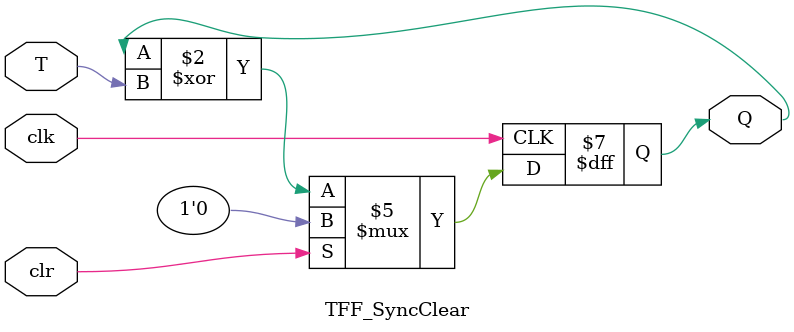
<source format=v>
module TFF_SyncClear (output reg Q, input T, input clr, input clk);
    initial begin
        Q = 0;
    end
    always @ (posedge clk) begin
        if(clr)
            Q <= 0;
        else
            Q <= Q ^ T;
    end
endmodule

</source>
